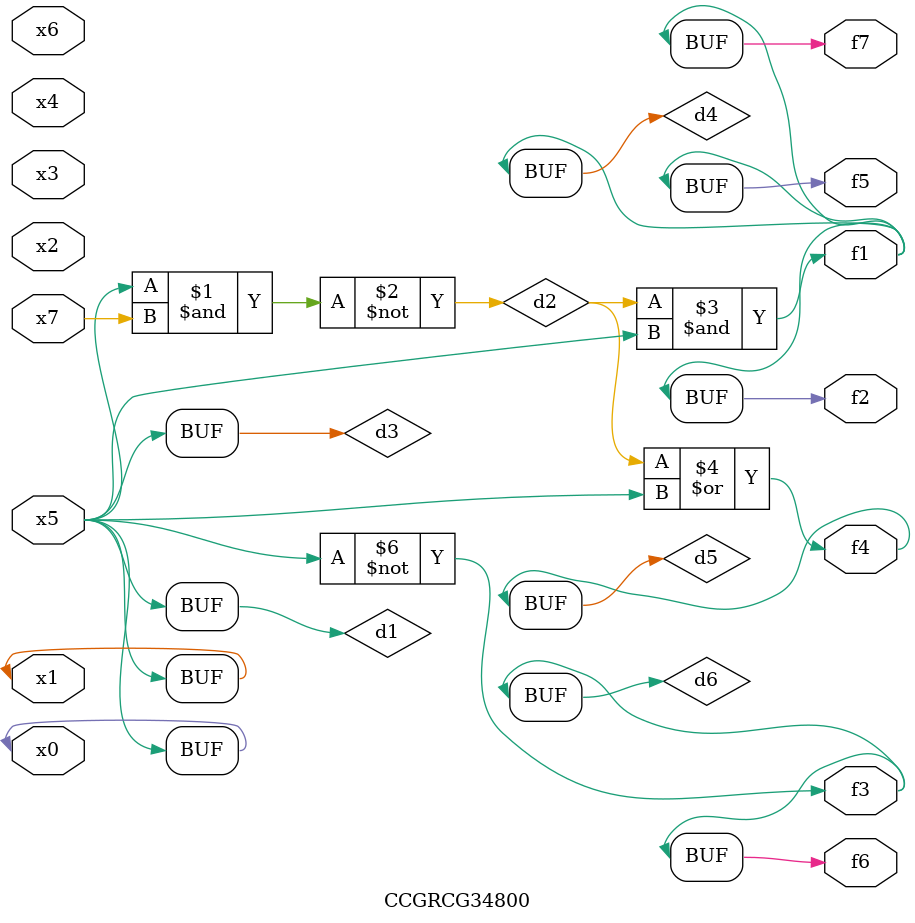
<source format=v>
module CCGRCG34800(
	input x0, x1, x2, x3, x4, x5, x6, x7,
	output f1, f2, f3, f4, f5, f6, f7
);

	wire d1, d2, d3, d4, d5, d6;

	buf (d1, x0, x5);
	nand (d2, x5, x7);
	buf (d3, x0, x1);
	and (d4, d2, d3);
	or (d5, d2, d3);
	nor (d6, d1, d3);
	assign f1 = d4;
	assign f2 = d4;
	assign f3 = d6;
	assign f4 = d5;
	assign f5 = d4;
	assign f6 = d6;
	assign f7 = d4;
endmodule

</source>
